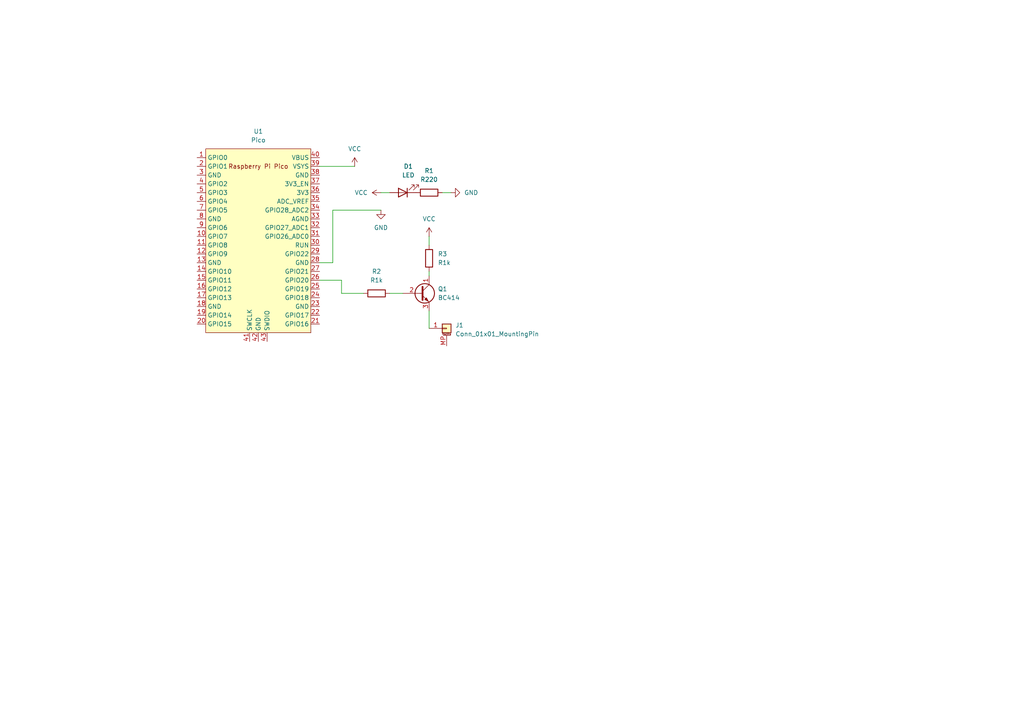
<source format=kicad_sch>
(kicad_sch (version 20231120) (generator "eeschema") (generator_version "8.0")
  (paper "A4")
  (lib_symbols
    (symbol "Connector_Generic_MountingPin:Conn_01x01_MountingPin" (pin_names (offset 1.016) hide)
      (property "Reference" "J" (at 0 2.54 0))
      (property "Value" "Conn_01x01_MountingPin" (at 1.27 -2.54 0))
      (symbol "Conn_01x01_MountingPin_1_1"
        (rectangle (start -1.27 0.127) (end 0 -0.127) (stroke (width 0.1524)))
        (rectangle (start -1.27 1.27) (end 1.27 -1.27) (stroke (width 0.254)) (fill (type background)))
        (polyline (pts (xy -1.016 -2.032) (xy 1.016 -2.032)) (stroke (width 0.1524)))
        (text "Mounting" (at 0 -1.651 0) (effects (font (size 0.381 0.381))))
        (pin passive line (at -5.08 0 0) (length 3.81) (name "Pin_1") (number "1"))
        (pin passive line (at 0 -5.08 90) (length 3.048) (name "MountPin") (number "MP"))
      )
    )
    (symbol "Device:LED" (pin_numbers hide) (pin_names (offset 1.016) hide)
      (property "Reference" "D" (at 0 2.54 0))
      (property "Value" "LED" (at 0 -2.54 0))
      (symbol "LED_0_1"
        (polyline (pts (xy -1.27 -1.27) (xy -1.27 1.27)) (stroke (width 0.254)))
        (polyline (pts (xy -1.27 0) (xy 1.27 0)))
        (polyline (pts (xy 1.27 -1.27) (xy 1.27 1.27) (xy -1.27 0) (xy 1.27 -1.27)) (stroke (width 0.254)))
        (polyline (pts (xy -3.048 -0.762) (xy -4.572 -2.286) (xy -3.81 -2.286) (xy -4.572 -2.286) (xy -4.572 -1.524)))
        (polyline (pts (xy -1.778 -0.762) (xy -3.302 -2.286) (xy -2.54 -2.286) (xy -3.302 -2.286) (xy -3.302 -1.524)))
      )
      (symbol "LED_1_1"
        (pin passive line (at -3.81 0 0) (length 2.54) (name "K") (number "1"))
        (pin passive line (at 3.81 0 180) (length 2.54) (name "A") (number "2"))
      )
    )
    (symbol "Device:R" (pin_numbers hide) (pin_names (offset 0))
      (property "Reference" "R" (at 2.032 0 90))
      (property "Value" "R" (at 0 0 90))
      (symbol "R_0_1"
        (rectangle (start -1.016 -2.54) (end 1.016 2.54) (stroke (width 0.254)))
      )
      (symbol "R_1_1"
        (pin passive line (at 0 3.81 270) (length 1.27) (name "~") (number "1"))
        (pin passive line (at 0 -3.81 90) (length 1.27) (name "~") (number "2"))
      )
    )
    (symbol "MCU_RaspberryPi_and_Boards:Pico"
      (property "Reference" "U" (at -13.97 27.94 0))
      (property "Value" "Pico" (at 0 19.05 0))
      (symbol "Pico_0_0"
        (text "Raspberry Pi Pico" (at 0 21.59 0) (effects (font (size 1.27 1.27))))
      )
      (symbol "Pico_0_1"
        (rectangle (start -15.24 26.67) (end 15.24 -26.67) (fill (type background)))
      )
      (symbol "Pico_1_1"
        (pin bidirectional line (at -17.78 24.13 0) (length 2.54) (name "GPIO0") (number "1"))
        (pin bidirectional line (at -17.78 1.27 0) (length 2.54) (name "GPIO7") (number "10"))
        (pin bidirectional line (at -17.78 -1.27 0) (length 2.54) (name "GPIO8") (number "11"))
        (pin bidirectional line (at -17.78 -3.81 0) (length 2.54) (name "GPIO9") (number "12"))
        (pin power_in line (at -17.78 -6.35 0) (length 2.54) (name "GND") (number "13"))
        (pin bidirectional line (at -17.78 -8.89 0) (length 2.54) (name "GPIO10") (number "14"))
        (pin bidirectional line (at -17.78 -11.43 0) (length 2.54) (name "GPIO11") (number "15"))
        (pin bidirectional line (at -17.78 -13.97 0) (length 2.54) (name "GPIO12") (number "16"))
        (pin bidirectional line (at -17.78 -16.51 0) (length 2.54) (name "GPIO13") (number "17"))
        (pin power_in line (at -17.78 -19.05 0) (length 2.54) (name "GND") (number "18"))
        (pin bidirectional line (at -17.78 -21.59 0) (length 2.54) (name "GPIO14") (number "19"))
        (pin bidirectional line (at -17.78 21.59 0) (length 2.54) (name "GPIO1") (number "2"))
        (pin bidirectional line (at -17.78 -24.13 0) (length 2.54) (name "GPIO15") (number "20"))
        (pin bidirectional line (at 17.78 -24.13 180) (length 2.54) (name "GPIO16") (number "21"))
        (pin bidirectional line (at 17.78 -21.59 180) (length 2.54) (name "GPIO17") (number "22"))
        (pin power_in line (at 17.78 -19.05 180) (length 2.54) (name "GND") (number "23"))
        (pin bidirectional line (at 17.78 -16.51 180) (length 2.54) (name "GPIO18") (number "24"))
        (pin bidirectional line (at 17.78 -13.97 180) (length 2.54) (name "GPIO19") (number "25"))
        (pin bidirectional line (at 17.78 -11.43 180) (length 2.54) (name "GPIO20") (number "26"))
        (pin bidirectional line (at 17.78 -8.89 180) (length 2.54) (name "GPIO21") (number "27"))
        (pin power_in line (at 17.78 -6.35 180) (length 2.54) (name "GND") (number "28"))
        (pin bidirectional line (at 17.78 -3.81 180) (length 2.54) (name "GPIO22") (number "29"))
        (pin power_in line (at -17.78 19.05 0) (length 2.54) (name "GND") (number "3"))
        (pin input line (at 17.78 -1.27 180) (length 2.54) (name "RUN") (number "30"))
        (pin bidirectional line (at 17.78 1.27 180) (length 2.54) (name "GPIO26_ADC0") (number "31"))
        (pin bidirectional line (at 17.78 3.81 180) (length 2.54) (name "GPIO27_ADC1") (number "32"))
        (pin power_in line (at 17.78 6.35 180) (length 2.54) (name "AGND") (number "33"))
        (pin bidirectional line (at 17.78 8.89 180) (length 2.54) (name "GPIO28_ADC2") (number "34"))
        (pin power_in line (at 17.78 11.43 180) (length 2.54) (name "ADC_VREF") (number "35"))
        (pin power_in line (at 17.78 13.97 180) (length 2.54) (name "3V3") (number "36"))
        (pin input line (at 17.78 16.51 180) (length 2.54) (name "3V3_EN") (number "37"))
        (pin bidirectional line (at 17.78 19.05 180) (length 2.54) (name "GND") (number "38"))
        (pin power_in line (at 17.78 21.59 180) (length 2.54) (name "VSYS") (number "39"))
        (pin bidirectional line (at -17.78 16.51 0) (length 2.54) (name "GPIO2") (number "4"))
        (pin power_in line (at 17.78 24.13 180) (length 2.54) (name "VBUS") (number "40"))
        (pin input line (at -2.54 -29.21 90) (length 2.54) (name "SWCLK") (number "41"))
        (pin power_in line (at 0 -29.21 90) (length 2.54) (name "GND") (number "42"))
        (pin bidirectional line (at 2.54 -29.21 90) (length 2.54) (name "SWDIO") (number "43"))
        (pin bidirectional line (at -17.78 13.97 0) (length 2.54) (name "GPIO3") (number "5"))
        (pin bidirectional line (at -17.78 11.43 0) (length 2.54) (name "GPIO4") (number "6"))
        (pin bidirectional line (at -17.78 8.89 0) (length 2.54) (name "GPIO5") (number "7"))
        (pin power_in line (at -17.78 6.35 0) (length 2.54) (name "GND") (number "8"))
        (pin bidirectional line (at -17.78 3.81 0) (length 2.54) (name "GPIO6") (number "9"))
      )
    )
    (symbol "Transistor_BJT:BC414" (pin_names (offset 0) hide)
      (property "Reference" "Q" (at 5.08 1.905 0))
      (property "Value" "BC414" (at 5.08 0 0))
      (symbol "BC414_0_1"
        (polyline (pts (xy 0 0) (xy 0.635 0)))
        (polyline (pts (xy 0.635 0.635) (xy 2.54 2.54)))
        (polyline (pts (xy 0.635 -0.635) (xy 2.54 -2.54) (xy 2.54 -2.54)))
        (polyline (pts (xy 0.635 1.905) (xy 0.635 -1.905) (xy 0.635 -1.905)) (stroke (width 0.508)))
        (polyline (pts (xy 1.27 -1.778) (xy 1.778 -1.27) (xy 2.286 -2.286) (xy 1.27 -1.778) (xy 1.27 -1.778)) (fill (type outline)))
        (circle (center 1.27 0) (radius 2.8194) (stroke (width 0.254)))
      )
      (symbol "BC414_1_1"
        (pin passive line (at 2.54 5.08 270) (length 2.54) (name "C") (number "1"))
        (pin input line (at -5.08 0 0) (length 5.08) (name "B") (number "2"))
        (pin passive line (at 2.54 -5.08 90) (length 2.54) (name "E") (number "3"))
      )
    )
    (symbol "power:GND" (power) (pin_numbers hide) (pin_names (offset 0) hide)
      (property "Value" "GND" (at 0 -3.81 0))
      (symbol "GND_0_1"
        (polyline (pts (xy 0 0) (xy 0 -1.27) (xy 1.27 -1.27) (xy 0 -2.54) (xy -1.27 -1.27) (xy 0 -1.27)))
      )
      (symbol "GND_1_1"
        (pin power_in line (at 0 0 270) (length 0) (name "~") (number "1"))
      )
    )
    (symbol "power:VCC" (power) (pin_numbers hide) (pin_names (offset 0) hide)
      (property "Value" "VCC" (at 0 3.556 0))
      (symbol "VCC_0_1"
        (polyline (pts (xy -0.762 1.27) (xy 0 2.54)))
        (polyline (pts (xy 0 0) (xy 0 2.54)))
        (polyline (pts (xy 0 2.54) (xy 0.762 1.27)))
      )
      (symbol "VCC_1_1"
        (pin power_in line (at 0 0 90) (length 0) (name "~") (number "1"))
      )
    )
  )
  (wire (pts (xy 99.06 85.09) (xy 105.41 85.09)))
  (wire (pts (xy 128.27 55.88) (xy 130.81 55.88)))
  (wire (pts (xy 99.06 85.09) (xy 99.06 81.28)))
  (wire (pts (xy 96.52 60.96) (xy 96.52 76.2)))
  (wire (pts (xy 110.49 55.88) (xy 113.03 55.88)))
  (wire (pts (xy 99.06 81.28) (xy 92.71 81.28)))
  (wire (pts (xy 124.46 90.17) (xy 124.46 95.25)))
  (wire (pts (xy 124.46 68.58) (xy 124.46 71.12)))
  (wire (pts (xy 96.52 76.2) (xy 92.71 76.2)))
  (wire (pts (xy 113.03 85.09) (xy 116.84 85.09)))
  (wire (pts (xy 102.87 48.26) (xy 92.71 48.26)))
  (wire (pts (xy 110.49 60.96) (xy 96.52 60.96)))
  (wire (pts (xy 124.46 78.74) (xy 124.46 80.01)))
  (symbol (lib_id "Device:R") (at 109.22 85.09 90) (unit 1)
    (property "Reference" "R2" (at 109.22 78.74 90))
    (property "Value" "R1k" (at 109.22 81.28 90))
    (property "Footprint" "Resistor_THT:R_Axial_DIN0204_L3.6mm_D1.6mm_P2.54mm_Vertical" (effects (hide yes)))
    (property "Description" "Resistor" (effects (hide yes)))
  )
  (symbol (lib_id "Connector_Generic_MountingPin:Conn_01x01_MountingPin") (at 129.54 95.25 0) (unit 1)
    (property "Reference" "J1" (at 132.08 94.3355 0) (effects (justify left)))
    (property "Value" "Conn_01x01_MountingPin" (at 132.08 96.8755 0) (effects (justify left)))
    (property "Footprint" "Connector_JST:JST_ACH_BM01B-ACHSS-A-GAN-ETF_1x01-1MP_P1.20mm_Vertical" (effects (hide yes)))
    (property "Description" "Generic connectable mounting pin connector, single row, 01x01, script generated (kicad-library-utils/schlib/autogen/connector/)" (effects (hide yes)))
  )
  (symbol (lib_id "power:VCC") (at 110.49 55.88 90) (unit 1)
    (property "Reference" "#PWR04" (effects (hide yes)))
    (property "Value" "VCC" (at 106.68 55.8799 90) (effects (justify left)))
    (property "Description" "Power symbol creates a global label with name \"VCC\"" (effects (hide yes)))
  )
  (symbol (lib_id "MCU_RaspberryPi_and_Boards:Pico") (at 74.93 69.85 0) (unit 1)
    (property "Reference" "U1" (at 74.93 38.1 0))
    (property "Value" "Pico" (at 74.93 40.64 0))
    (property "Footprint" "MCU_RaspberryPi_and_Boards:RPi_Pico_SMD_TH" (effects (hide yes)))
  )
  (symbol (lib_id "Device:R") (at 124.46 74.93 180) (unit 1)
    (property "Reference" "R3" (at 127 73.6599 0) (effects (justify right)))
    (property "Value" "R1k" (at 127 76.1999 0) (effects (justify right)))
    (property "Footprint" "Resistor_THT:R_Axial_DIN0204_L3.6mm_D1.6mm_P2.54mm_Vertical" (effects (hide yes)))
    (property "Description" "Resistor" (effects (hide yes)))
  )
  (symbol (lib_id "Device:R") (at 124.46 55.88 90) (unit 1)
    (property "Reference" "R1" (at 124.46 49.53 90))
    (property "Value" "R220" (at 124.46 52.07 90))
    (property "Footprint" "Resistor_THT:R_Axial_DIN0204_L3.6mm_D1.6mm_P2.54mm_Vertical" (effects (hide yes)))
    (property "Description" "Resistor" (effects (hide yes)))
  )
  (symbol (lib_id "Transistor_BJT:BC414") (at 121.92 85.09 0) (unit 1)
    (property "Reference" "Q1" (at 127 83.8199 0) (effects (justify left)))
    (property "Value" "BC414" (at 127 86.3599 0) (effects (justify left)))
    (property "Footprint" "Package_TO_SOT_THT:TO-92_Inline" (effects (hide yes)))
    (property "Datasheet" "http://www.cdil.com/datasheets/bc413_14_b_c.pdf" (effects (hide yes)))
    (property "Description" "0.1A Ic, 45V Vce, Small Signal NPN Transistor, TO-92" (effects (hide yes)))
  )
  (symbol (lib_id "Device:LED") (at 116.84 55.88 180) (unit 1)
    (property "Reference" "D1" (at 118.4275 48.26 0))
    (property "Value" "LED" (at 118.4275 50.8 0))
    (property "Footprint" "LED_THT:LED_Rectangular_W5.0mm_H2.0mm" (effects (hide yes)))
    (property "Description" "Light emitting diode" (effects (hide yes)))
  )
  (symbol (lib_id "power:GND") (at 110.49 60.96 0) (unit 1)
    (property "Reference" "#PWR03" (effects (hide yes)))
    (property "Value" "GND" (at 110.49 66.04 0))
    (property "Description" "Power symbol creates a global label with name \"GND\" , ground" (effects (hide yes)))
  )
  (symbol (lib_id "power:VCC") (at 124.46 68.58 0) (unit 1)
    (property "Reference" "#PWR01" (effects (hide yes)))
    (property "Value" "VCC" (at 124.46 63.5 0))
    (property "Description" "Power symbol creates a global label with name \"VCC\"" (effects (hide yes)))
  )
  (symbol (lib_id "power:GND") (at 130.81 55.88 90) (unit 1)
    (property "Reference" "#PWR05" (effects (hide yes)))
    (property "Value" "GND" (at 134.62 55.8799 90) (effects (justify right)))
    (property "Description" "Power symbol creates a global label with name \"GND\" , ground" (effects (hide yes)))
  )
  (symbol (lib_id "power:VCC") (at 102.87 48.26 0) (unit 1)
    (property "Reference" "#PWR02" (effects (hide yes)))
    (property "Value" "VCC" (at 102.87 43.18 0))
    (property "Description" "Power symbol creates a global label with name \"VCC\"" (effects (hide yes)))
  )
)
</source>
